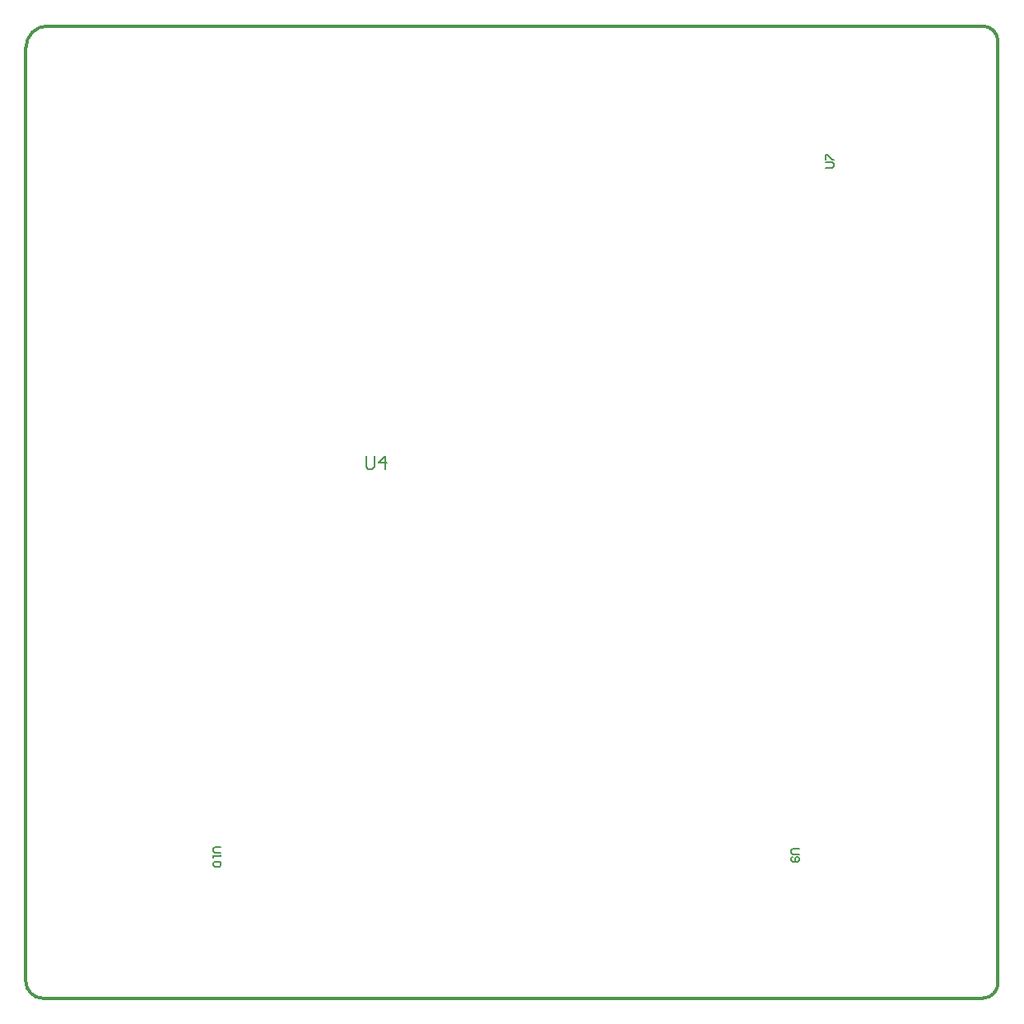
<source format=gbr>
G04*
G04 #@! TF.GenerationSoftware,Altium Limited,Altium Designer,25.5.2 (35)*
G04*
G04 Layer_Color=16711935*
%FSLAX25Y25*%
%MOIN*%
G70*
G04*
G04 #@! TF.SameCoordinates,5858FFA7-226C-4CE8-8668-B70CF27CC624*
G04*
G04*
G04 #@! TF.FilePolarity,Positive*
G04*
G01*
G75*
%ADD12C,0.00591*%
%ADD82C,0.01181*%
D12*
X324017Y336319D02*
X326641D01*
X327165Y336844D01*
Y337893D01*
X326641Y338418D01*
X324017D01*
Y339468D02*
Y341567D01*
X324541D01*
X326641Y339468D01*
X327165D01*
X313089Y60433D02*
X310466D01*
X309941Y59908D01*
Y58859D01*
X310466Y58334D01*
X313089D01*
X310466Y57284D02*
X309941Y56760D01*
Y55710D01*
X310466Y55185D01*
X312565D01*
X313089Y55710D01*
Y56760D01*
X312565Y57284D01*
X312040D01*
X311515Y56760D01*
Y55185D01*
X79034Y61122D02*
X76411D01*
X75886Y60597D01*
Y59548D01*
X76411Y59023D01*
X79034D01*
X75886Y57973D02*
Y56924D01*
Y57449D01*
X79034D01*
X78510Y57973D01*
Y55350D02*
X79034Y54825D01*
Y53775D01*
X78510Y53251D01*
X76411D01*
X75886Y53775D01*
Y54825D01*
X76411Y55350D01*
X78510D01*
X137776Y219455D02*
Y215191D01*
X138628Y214339D01*
X140334D01*
X141187Y215191D01*
Y219455D01*
X145450Y214339D02*
Y219455D01*
X142892Y216897D01*
X146303D01*
D82*
X387485Y-0D02*
G03*
X393701Y6216I-0J6216D01*
G01*
Y387320D02*
G03*
X387320Y393701I-6381J-0D01*
G01*
X8905Y393701D02*
G03*
X0Y384796I0J-8905D01*
G01*
X-0Y6775D02*
G03*
X6775Y-0I6775J0D01*
G01*
X393701Y6216D02*
Y387320D01*
X6775Y-0D02*
X387485D01*
X8905Y393701D02*
X387320Y393701D01*
X-0Y6775D02*
X0Y384796D01*
M02*

</source>
